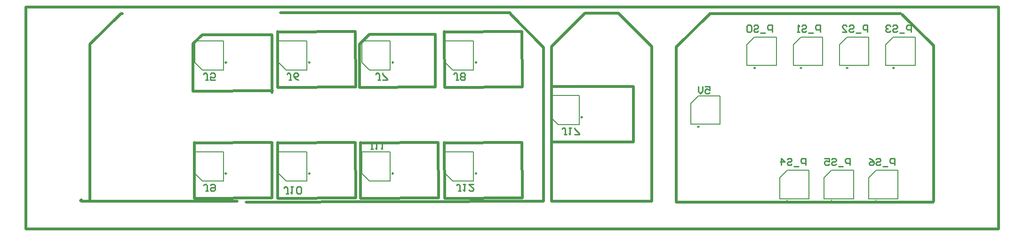
<source format=gbo>
G04*
G04 #@! TF.GenerationSoftware,Altium Limited,Altium Designer,21.7.1 (17)*
G04*
G04 Layer_Color=32896*
%FSLAX25Y25*%
%MOIN*%
G70*
G04*
G04 #@! TF.SameCoordinates,5A6BF6B2-75EA-49F6-9102-A494C9BE1907*
G04*
G04*
G04 #@! TF.FilePolarity,Positive*
G04*
G01*
G75*
%ADD10C,0.01000*%
%ADD11C,0.01968*%
%ADD32C,0.00984*%
%ADD33C,0.00787*%
D10*
X615246Y-112270D02*
Y-107389D01*
X612806D01*
X611993Y-108203D01*
Y-109829D01*
X612806Y-110643D01*
X615246D01*
X610366Y-113083D02*
X607113D01*
X602232Y-108203D02*
X603046Y-107389D01*
X604672D01*
X605486Y-108203D01*
Y-109016D01*
X604672Y-109829D01*
X603046D01*
X602232Y-110643D01*
Y-111456D01*
X603046Y-112270D01*
X604672D01*
X605486Y-111456D01*
X597352Y-107389D02*
X598979Y-108203D01*
X600605Y-109829D01*
Y-111456D01*
X599792Y-112270D01*
X598165D01*
X597352Y-111456D01*
Y-110643D01*
X598165Y-109829D01*
X600605D01*
X583750Y-112270D02*
Y-107389D01*
X581310D01*
X580497Y-108203D01*
Y-109829D01*
X581310Y-110643D01*
X583750D01*
X578870Y-113083D02*
X575617D01*
X570736Y-108203D02*
X571550Y-107389D01*
X573176D01*
X573990Y-108203D01*
Y-109016D01*
X573176Y-109829D01*
X571550D01*
X570736Y-110643D01*
Y-111456D01*
X571550Y-112270D01*
X573176D01*
X573990Y-111456D01*
X565856Y-107389D02*
X569109D01*
Y-109829D01*
X567483Y-109016D01*
X566669D01*
X565856Y-109829D01*
Y-111456D01*
X566669Y-112270D01*
X568296D01*
X569109Y-111456D01*
X552254Y-112270D02*
Y-107389D01*
X549814D01*
X549001Y-108203D01*
Y-109829D01*
X549814Y-110643D01*
X552254D01*
X547374Y-113083D02*
X544121D01*
X539240Y-108203D02*
X540054Y-107389D01*
X541680D01*
X542494Y-108203D01*
Y-109016D01*
X541680Y-109829D01*
X540054D01*
X539240Y-110643D01*
Y-111456D01*
X540054Y-112270D01*
X541680D01*
X542494Y-111456D01*
X535173Y-112270D02*
Y-107389D01*
X537613Y-109829D01*
X534360D01*
X627058Y-17782D02*
Y-12901D01*
X624617D01*
X623804Y-13715D01*
Y-15341D01*
X624617Y-16155D01*
X627058D01*
X622177Y-18595D02*
X618924D01*
X614043Y-13715D02*
X614857Y-12901D01*
X616483D01*
X617297Y-13715D01*
Y-14528D01*
X616483Y-15341D01*
X614857D01*
X614043Y-16155D01*
Y-16968D01*
X614857Y-17782D01*
X616483D01*
X617297Y-16968D01*
X612417Y-13715D02*
X611603Y-12901D01*
X609976D01*
X609163Y-13715D01*
Y-14528D01*
X609976Y-15341D01*
X610790D01*
X609976D01*
X609163Y-16155D01*
Y-16968D01*
X609976Y-17782D01*
X611603D01*
X612417Y-16968D01*
X596171Y-17782D02*
Y-12901D01*
X593731D01*
X592918Y-13715D01*
Y-15341D01*
X593731Y-16155D01*
X596171D01*
X591291Y-18595D02*
X588037D01*
X583157Y-13715D02*
X583971Y-12901D01*
X585597D01*
X586411Y-13715D01*
Y-14528D01*
X585597Y-15341D01*
X583971D01*
X583157Y-16155D01*
Y-16968D01*
X583971Y-17782D01*
X585597D01*
X586411Y-16968D01*
X578277Y-17782D02*
X581530D01*
X578277Y-14528D01*
Y-13715D01*
X579090Y-12901D01*
X580717D01*
X581530Y-13715D01*
X562642Y-17782D02*
Y-12901D01*
X560202D01*
X559388Y-13715D01*
Y-15341D01*
X560202Y-16155D01*
X562642D01*
X557762Y-18595D02*
X554508D01*
X549628Y-13715D02*
X550441Y-12901D01*
X552068D01*
X552881Y-13715D01*
Y-14528D01*
X552068Y-15341D01*
X550441D01*
X549628Y-16155D01*
Y-16968D01*
X550441Y-17782D01*
X552068D01*
X552881Y-16968D01*
X548001Y-17782D02*
X546374D01*
X547188D01*
Y-12901D01*
X548001Y-13715D01*
X528632Y-17782D02*
Y-12901D01*
X526192D01*
X525379Y-13715D01*
Y-15341D01*
X526192Y-16155D01*
X528632D01*
X523752Y-18595D02*
X520498D01*
X515618Y-13715D02*
X516432Y-12901D01*
X518058D01*
X518872Y-13715D01*
Y-14528D01*
X518058Y-15341D01*
X516432D01*
X515618Y-16155D01*
Y-16968D01*
X516432Y-17782D01*
X518058D01*
X518872Y-16968D01*
X513991Y-13715D02*
X513178Y-12901D01*
X511551D01*
X510738Y-13715D01*
Y-16968D01*
X511551Y-17782D01*
X513178D01*
X513991Y-16968D01*
Y-13715D01*
X481128Y-56615D02*
X484382D01*
Y-59055D01*
X482755Y-58242D01*
X481942D01*
X481128Y-59055D01*
Y-60682D01*
X481942Y-61495D01*
X483568D01*
X484382Y-60682D01*
X479502Y-56615D02*
Y-59869D01*
X477875Y-61495D01*
X476248Y-59869D01*
Y-56615D01*
X383035Y-90618D02*
X381409D01*
X382222D01*
Y-86551D01*
X381409Y-85737D01*
X380595D01*
X379782Y-86551D01*
X384662Y-85737D02*
X386289D01*
X385475D01*
Y-90618D01*
X384662Y-89804D01*
X388729Y-90618D02*
X391983D01*
Y-89804D01*
X388729Y-86551D01*
Y-85737D01*
X308177Y-130550D02*
X306550D01*
X307363D01*
Y-126484D01*
X306550Y-125670D01*
X305737D01*
X304923Y-126484D01*
X309804Y-125670D02*
X311430D01*
X310617D01*
Y-130550D01*
X309804Y-129737D01*
X317124Y-125670D02*
X313870D01*
X317124Y-128924D01*
Y-129737D01*
X316311Y-130550D01*
X314684D01*
X313870Y-129737D01*
X245998Y-100865D02*
X244371D01*
X245185D01*
Y-96798D01*
X244371Y-95985D01*
X243558D01*
X242744Y-96798D01*
X247625Y-95985D02*
X249252D01*
X248438D01*
Y-100865D01*
X247625Y-100052D01*
X251692Y-95985D02*
X253319D01*
X252505D01*
Y-100865D01*
X251692Y-100052D01*
X186129Y-132361D02*
X184503D01*
X185316D01*
Y-128295D01*
X184503Y-127481D01*
X183689D01*
X182876Y-128295D01*
X187756Y-127481D02*
X189383D01*
X188570D01*
Y-132361D01*
X187756Y-131548D01*
X191823D02*
X192637Y-132361D01*
X194263D01*
X195077Y-131548D01*
Y-128295D01*
X194263Y-127481D01*
X192637D01*
X191823Y-128295D01*
Y-131548D01*
X129108Y-130550D02*
X127481D01*
X128295D01*
Y-126484D01*
X127481Y-125670D01*
X126668D01*
X125854Y-126484D01*
X130735D02*
X131548Y-125670D01*
X133175D01*
X133988Y-126484D01*
Y-129737D01*
X133175Y-130550D01*
X131548D01*
X130735Y-129737D01*
Y-128924D01*
X131548Y-128110D01*
X133988D01*
X306273Y-51810D02*
X304646D01*
X305460D01*
Y-47743D01*
X304646Y-46930D01*
X303833D01*
X303020Y-47743D01*
X307900Y-50997D02*
X308713Y-51810D01*
X310340D01*
X311154Y-50997D01*
Y-50183D01*
X310340Y-49370D01*
X311154Y-48557D01*
Y-47743D01*
X310340Y-46930D01*
X308713D01*
X307900Y-47743D01*
Y-48557D01*
X308713Y-49370D01*
X307900Y-50183D01*
Y-50997D01*
X308713Y-49370D02*
X310340D01*
X251155Y-51810D02*
X249528D01*
X250342D01*
Y-47743D01*
X249528Y-46930D01*
X248715D01*
X247902Y-47743D01*
X252782Y-51810D02*
X256035D01*
Y-50997D01*
X252782Y-47743D01*
Y-46930D01*
X188163Y-51810D02*
X186536D01*
X187350D01*
Y-47743D01*
X186536Y-46930D01*
X185723D01*
X184909Y-47743D01*
X193043Y-51810D02*
X191417Y-50997D01*
X189790Y-49370D01*
Y-47743D01*
X190603Y-46930D01*
X192230D01*
X193043Y-47743D01*
Y-48557D01*
X192230Y-49370D01*
X189790D01*
X129108Y-51810D02*
X127481D01*
X128295D01*
Y-47743D01*
X127481Y-46930D01*
X126668D01*
X125854Y-47743D01*
X133988Y-51810D02*
X130735D01*
Y-49370D01*
X132361Y-50183D01*
X133175D01*
X133988Y-49370D01*
Y-47743D01*
X133175Y-46930D01*
X131548D01*
X130735Y-47743D01*
D11*
X620905Y-5322D02*
X643130Y-27547D01*
Y-137783D02*
Y-27547D01*
X460830Y-138329D02*
X642574D01*
X460830D02*
Y-28592D01*
X484453Y-4970D01*
X484491Y-4770D02*
X619847D01*
X366646Y-137934D02*
Y-28868D01*
X343257Y-5038D02*
X366879Y-28660D01*
X67289Y-4776D02*
X68500D01*
X45475Y-26589D02*
X67289Y-4776D01*
X45475Y-137951D02*
Y-26589D01*
X38723Y-137403D02*
X39370Y-136756D01*
X156106Y-138457D02*
X366875Y-137795D01*
X39370Y-137795D02*
X149773D01*
X443293Y-137894D02*
Y-28079D01*
X237000Y-96150D02*
X237168Y-135486D01*
X292118Y-96150D02*
X292286Y-135486D01*
X237201Y-96384D02*
X291622Y-96152D01*
X237235Y-135721D02*
X292286Y-135486D01*
X372460Y-95875D02*
X430493Y-95628D01*
X372292Y-56539D02*
X429829Y-56294D01*
X430326Y-56292D02*
X430493Y-95628D01*
X372292Y-56539D02*
X372460Y-95875D01*
X296647Y-135795D02*
X351698Y-135561D01*
X296613Y-96459D02*
X351034Y-96227D01*
X351530Y-96225D02*
X351698Y-135561D01*
X296412Y-96225D02*
X296580Y-135561D01*
X178536Y-135795D02*
X233587Y-135561D01*
X178503Y-96459D02*
X232924Y-96227D01*
X233420Y-96225D02*
X233587Y-135561D01*
X178302Y-96225D02*
X178469Y-135561D01*
X119481Y-135795D02*
X174532Y-135561D01*
X119448Y-96459D02*
X173868Y-96227D01*
X174365Y-96225D02*
X174532Y-135561D01*
X119246Y-96225D02*
X119414Y-135561D01*
X296647Y-57055D02*
X351698Y-56820D01*
X296613Y-17719D02*
X351034Y-17487D01*
X351530Y-17485D02*
X351698Y-56820D01*
X296412Y-17485D02*
X296580Y-56820D01*
X243428Y-19473D02*
X290037D01*
X236363Y-26538D02*
X243428Y-19473D01*
X236363Y-57063D02*
Y-26538D01*
Y-57063D02*
X290197Y-56833D01*
X290037Y-19473D02*
X290197Y-56833D01*
X124939Y-19685D02*
X174357D01*
X118367Y-26257D02*
X124939Y-19685D01*
X118367Y-59855D02*
Y-26257D01*
Y-59855D02*
X174630Y-59615D01*
X174357Y-19685D02*
X174532Y-60757D01*
X178536Y-57055D02*
X233587Y-56820D01*
X178503Y-17719D02*
X232924Y-17487D01*
X233420Y-17485D02*
X233587Y-56820D01*
X178302Y-17485D02*
X178469Y-56820D01*
X180337Y-4148D02*
X342974D01*
X372427Y-137894D02*
X443293D01*
X396049Y-4457D02*
X419671D01*
X419671D02*
X443293Y-28079D01*
X372427D02*
X396049Y-4457D01*
X372427Y-137894D02*
Y-28079D01*
X0Y-157480D02*
X688976Y-157480D01*
X0Y0D02*
X688976Y0D01*
X0Y-157480D02*
Y0D01*
X688976D02*
X688976Y-157480D01*
D32*
X539862Y-137795D02*
G03*
X539862Y-137795I-492J0D01*
G01*
X602854D02*
G03*
X602854Y-137795I-492J0D01*
G01*
X571358D02*
G03*
X571358Y-137795I-492J0D01*
G01*
X615098Y-43307D02*
G03*
X615098Y-43307I-492J0D01*
G01*
X582263D02*
G03*
X582263Y-43307I-492J0D01*
G01*
X549547D02*
G03*
X549547Y-43307I-492J0D01*
G01*
X516712D02*
G03*
X516712Y-43307I-492J0D01*
G01*
X476870Y-84960D02*
G03*
X476870Y-84960I-492J0D01*
G01*
X319390Y-118110D02*
G03*
X319390Y-118110I-492J0D01*
G01*
X260335D02*
G03*
X260335Y-118110I-492J0D01*
G01*
X260335Y-39370D02*
G03*
X260335Y-39370I-492J0D01*
G01*
X319390D02*
G03*
X319390Y-39370I-492J0D01*
G01*
X142224Y-118110D02*
G03*
X142224Y-118110I-492J0D01*
G01*
X201279D02*
G03*
X201279Y-118110I-492J0D01*
G01*
X394248Y-78178D02*
G03*
X394248Y-78178I-492J0D01*
G01*
X142224Y-39370D02*
G03*
X142224Y-39370I-492J0D01*
G01*
X201279D02*
G03*
X201279Y-39370I-492J0D01*
G01*
D33*
X533976Y-121260D02*
X539291Y-115945D01*
X533976Y-136024D02*
X554764D01*
Y-115945D01*
X539291D02*
X554764D01*
X533976Y-136024D02*
Y-121260D01*
X596969D02*
X602283Y-115945D01*
X596969Y-136024D02*
X617756D01*
Y-115945D01*
X602283D02*
X617756D01*
X596969Y-136024D02*
Y-121260D01*
X565472D02*
X570787Y-115945D01*
X565472Y-136024D02*
X586260D01*
Y-115945D01*
X570787D02*
X586260D01*
X565472Y-136024D02*
Y-121260D01*
X609212Y-26772D02*
X614527Y-21457D01*
X609212Y-41535D02*
X630000D01*
Y-21457D01*
X614527D02*
X630000D01*
X609212Y-41535D02*
Y-26772D01*
X576377D02*
X581692Y-21457D01*
X576377Y-41535D02*
X597165D01*
Y-21457D01*
X581692D02*
X597165D01*
X576377Y-41535D02*
Y-26772D01*
X543661D02*
X548976Y-21457D01*
X543661Y-41535D02*
X564449D01*
Y-21457D01*
X548976D02*
X564449D01*
X543661Y-41535D02*
Y-26772D01*
X510826Y-41535D02*
Y-26772D01*
X516141Y-21457D02*
X531614D01*
Y-41535D02*
Y-21457D01*
X510826Y-41535D02*
X531614D01*
X510826Y-26772D02*
X516141Y-21457D01*
X470984Y-83188D02*
Y-68425D01*
X476299Y-63110D02*
X491772D01*
Y-83188D02*
Y-63110D01*
X470984Y-83188D02*
X491772D01*
X470984Y-68425D02*
X476299Y-63110D01*
X302362Y-123504D02*
X317126D01*
X297047Y-118189D02*
Y-102717D01*
X317126D01*
Y-123504D02*
Y-102717D01*
X297047Y-118189D02*
X302362Y-123504D01*
X243307D02*
X258071D01*
X237992Y-118189D02*
Y-102717D01*
X258071D01*
Y-123504D02*
Y-102717D01*
X237992Y-118189D02*
X243307Y-123504D01*
X243307Y-44764D02*
X258071D01*
X237992Y-39449D02*
Y-23976D01*
X258071D01*
Y-44764D02*
Y-23976D01*
X237992Y-39449D02*
X243307Y-44764D01*
X302362D02*
X317126D01*
X297047Y-39449D02*
Y-23976D01*
X317126D01*
Y-44764D02*
Y-23976D01*
X297047Y-39449D02*
X302362Y-44764D01*
X125197Y-123504D02*
X139961D01*
X119882Y-118189D02*
Y-102717D01*
X139961D01*
Y-123504D02*
Y-102717D01*
X119882Y-118189D02*
X125197Y-123504D01*
X184252D02*
X199016D01*
X178937Y-118189D02*
Y-102717D01*
X199016D01*
Y-123504D02*
Y-102717D01*
X178937Y-118189D02*
X184252Y-123504D01*
X377221Y-83571D02*
X391985D01*
X371906Y-78256D02*
Y-62784D01*
X391985D01*
Y-83571D02*
Y-62784D01*
X371906Y-78256D02*
X377221Y-83571D01*
X125197Y-44764D02*
X139961D01*
X119882Y-39449D02*
Y-23976D01*
X139961D01*
Y-44764D02*
Y-23976D01*
X119882Y-39449D02*
X125197Y-44764D01*
X184252D02*
X199016D01*
X178937Y-39449D02*
Y-23976D01*
X199016D01*
Y-44764D02*
Y-23976D01*
X178937Y-39449D02*
X184252Y-44764D01*
M02*

</source>
